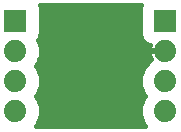
<source format=gbl>
G75*
%MOIN*%
%OFA0B0*%
%FSLAX25Y25*%
%IPPOS*%
%LPD*%
%AMOC8*
5,1,8,0,0,1.08239X$1,22.5*
%
%ADD10R,0.07400X0.07400*%
%ADD11C,0.07400*%
%ADD12C,0.01600*%
D10*
X0011800Y0041800D03*
X0061800Y0041800D03*
D11*
X0011800Y0011800D03*
X0011800Y0021800D03*
X0011800Y0031800D03*
X0061800Y0031800D03*
X0061800Y0021800D03*
X0061800Y0011800D03*
D12*
X0055068Y0006600D02*
X0054647Y0007021D01*
X0053363Y0010122D01*
X0053363Y0013478D01*
X0054647Y0016579D01*
X0054868Y0016800D01*
X0054647Y0017021D01*
X0053363Y0020122D01*
X0053363Y0023478D01*
X0054647Y0026579D01*
X0057021Y0028953D01*
X0057068Y0028972D01*
X0056703Y0029689D01*
X0056435Y0030512D01*
X0056300Y0031367D01*
X0056300Y0031600D01*
X0061600Y0031600D01*
X0061600Y0032000D01*
X0056300Y0032000D01*
X0056300Y0032233D01*
X0056435Y0033088D01*
X0056600Y0033594D01*
X0055417Y0034084D01*
X0054084Y0035417D01*
X0053363Y0037158D01*
X0053363Y0046442D01*
X0053578Y0046961D01*
X0020022Y0046961D01*
X0020237Y0046442D01*
X0020237Y0037158D01*
X0019516Y0035417D01*
X0019458Y0035359D01*
X0020237Y0033478D01*
X0020237Y0030122D01*
X0018953Y0027021D01*
X0018732Y0026800D01*
X0018953Y0026579D01*
X0020237Y0023478D01*
X0020237Y0020122D01*
X0018953Y0017021D01*
X0018732Y0016800D01*
X0018953Y0016579D01*
X0020237Y0013478D01*
X0020237Y0010122D01*
X0018953Y0007021D01*
X0018532Y0006600D01*
X0055068Y0006600D01*
X0054161Y0008194D02*
X0019438Y0008194D01*
X0020101Y0009793D02*
X0053499Y0009793D01*
X0053363Y0011391D02*
X0020237Y0011391D01*
X0020237Y0012990D02*
X0053363Y0012990D01*
X0053823Y0014588D02*
X0019777Y0014588D01*
X0019115Y0016187D02*
X0054485Y0016187D01*
X0054331Y0017785D02*
X0019269Y0017785D01*
X0019931Y0019384D02*
X0053669Y0019384D01*
X0053363Y0020982D02*
X0020237Y0020982D01*
X0020237Y0022581D02*
X0053363Y0022581D01*
X0053653Y0024179D02*
X0019947Y0024179D01*
X0019285Y0025778D02*
X0054315Y0025778D01*
X0055444Y0027376D02*
X0019100Y0027376D01*
X0019762Y0028975D02*
X0057067Y0028975D01*
X0056426Y0030573D02*
X0020237Y0030573D01*
X0020237Y0032172D02*
X0056300Y0032172D01*
X0056175Y0033770D02*
X0020116Y0033770D01*
X0019468Y0035369D02*
X0054132Y0035369D01*
X0053442Y0036967D02*
X0020158Y0036967D01*
X0020237Y0038566D02*
X0053363Y0038566D01*
X0053363Y0040164D02*
X0020237Y0040164D01*
X0020237Y0041763D02*
X0053363Y0041763D01*
X0053363Y0043361D02*
X0020237Y0043361D01*
X0020237Y0044960D02*
X0053363Y0044960D01*
X0053411Y0046558D02*
X0020189Y0046558D01*
M02*

</source>
